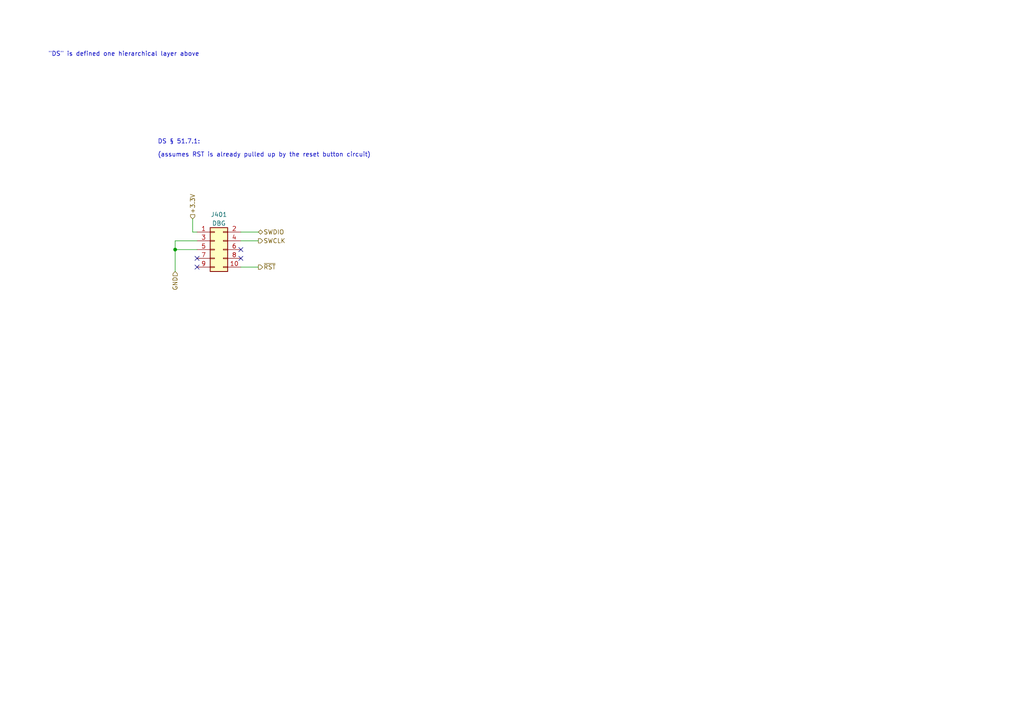
<source format=kicad_sch>
(kicad_sch (version 20230121) (generator eeschema)
  (paper "A4")
  (lib_symbols
    (symbol "Connector_Generic:Conn_02x05_Odd_Even" (pin_names (offset 1.016) hide)
      (property "Reference" "J" (at 1.27 7.62 0))
      (property "Value" "Conn_02x05_Odd_Even" (at 1.27 -7.62 0))
      (symbol "Conn_02x05_Odd_Even_1_1"
        (rectangle (start -1.27 -4.953) (end 0 -5.207) (stroke (width 0.1524)))
        (rectangle (start -1.27 -2.413) (end 0 -2.667) (stroke (width 0.1524)))
        (rectangle (start -1.27 0.127) (end 0 -0.127) (stroke (width 0.1524)))
        (rectangle (start -1.27 2.667) (end 0 2.413) (stroke (width 0.1524)))
        (rectangle (start -1.27 5.207) (end 0 4.953) (stroke (width 0.1524)))
        (rectangle (start -1.27 6.35) (end 3.81 -6.35) (stroke (width 0.254)) (fill (type background)))
        (rectangle (start 3.81 -4.953) (end 2.54 -5.207) (stroke (width 0.1524)))
        (rectangle (start 3.81 -2.413) (end 2.54 -2.667) (stroke (width 0.1524)))
        (rectangle (start 3.81 0.127) (end 2.54 -0.127) (stroke (width 0.1524)))
        (rectangle (start 3.81 2.667) (end 2.54 2.413) (stroke (width 0.1524)))
        (rectangle (start 3.81 5.207) (end 2.54 4.953) (stroke (width 0.1524)))
        (pin passive line (at -5.08 5.08 0) (length 3.81) (name "Pin_1") (number "1"))
        (pin passive line (at 7.62 -5.08 180) (length 3.81) (name "Pin_10") (number "10"))
        (pin passive line (at 7.62 5.08 180) (length 3.81) (name "Pin_2") (number "2"))
        (pin passive line (at -5.08 2.54 0) (length 3.81) (name "Pin_3") (number "3"))
        (pin passive line (at 7.62 2.54 180) (length 3.81) (name "Pin_4") (number "4"))
        (pin passive line (at -5.08 0 0) (length 3.81) (name "Pin_5") (number "5"))
        (pin passive line (at 7.62 0 180) (length 3.81) (name "Pin_6") (number "6"))
        (pin passive line (at -5.08 -2.54 0) (length 3.81) (name "Pin_7") (number "7"))
        (pin passive line (at 7.62 -2.54 180) (length 3.81) (name "Pin_8") (number "8"))
        (pin passive line (at -5.08 -5.08 0) (length 3.81) (name "Pin_9") (number "9"))
      )
    )
  )
  (junction (at 50.8 72.39))
  (no_connect (at 57.15 77.47))
  (no_connect (at 69.85 74.93))
  (no_connect (at 69.85 72.39))
  (no_connect (at 57.15 74.93))
  (wire (pts (xy 50.8 72.39) (xy 57.15 72.39)))
  (wire (pts (xy 55.88 67.31) (xy 55.88 63.5)))
  (wire (pts (xy 69.85 77.47) (xy 74.93 77.47)))
  (wire (pts (xy 69.85 69.85) (xy 74.93 69.85)))
  (wire (pts (xy 69.85 67.31) (xy 74.93 67.31)))
  (wire (pts (xy 57.15 69.85) (xy 50.8 69.85)))
  (wire (pts (xy 57.15 67.31) (xy 55.88 67.31)))
  (wire (pts (xy 50.8 69.85) (xy 50.8 72.39)))
  (wire (pts (xy 50.8 72.39) (xy 50.8 78.74)))
  (text "DS § 51.7.1:" (at 45.72 41.91 0) (effects (font (size 1.27 1.27)) (justify left bottom)))
  (text "(assumes RST is already pulled up by the reset button circuit)" (at 45.72 45.72 0) (effects (font (size 1.27 1.27)) (justify left bottom)))
  (text "\"DS\" is defined one hierarchical layer above" (at 13.97 16.51 0) (effects (font (size 1.27 1.27)) (justify left bottom)))
  (hierarchical_label "SWDIO" (shape bidirectional) (at 74.93 67.31 0))
  (hierarchical_label "SWCLK" (shape output) (at 74.93 69.85 0))
  (hierarchical_label "~{RST}" (shape output) (at 74.93 77.47 0))
  (hierarchical_label "+3.3V" (shape input) (at 55.88 63.5 90))
  (hierarchical_label "GND" (shape input) (at 50.8 78.74 270))
  (symbol (lib_id "Connector_Generic:Conn_02x05_Odd_Even") (at 62.23 72.39 0) (unit 1)
    (property "Reference" "J401" (at 63.5 62.23 0))
    (property "Value" "DBG" (at 63.5 64.77 0))
    (property "Footprint" "Connector_PinHeader_1.27mm:PinHeader_2x05_P1.27mm_Vertical_SMD" (effects hide))
    (property "LCSC" "C5250218" (effects hide))
  )
)
</source>
